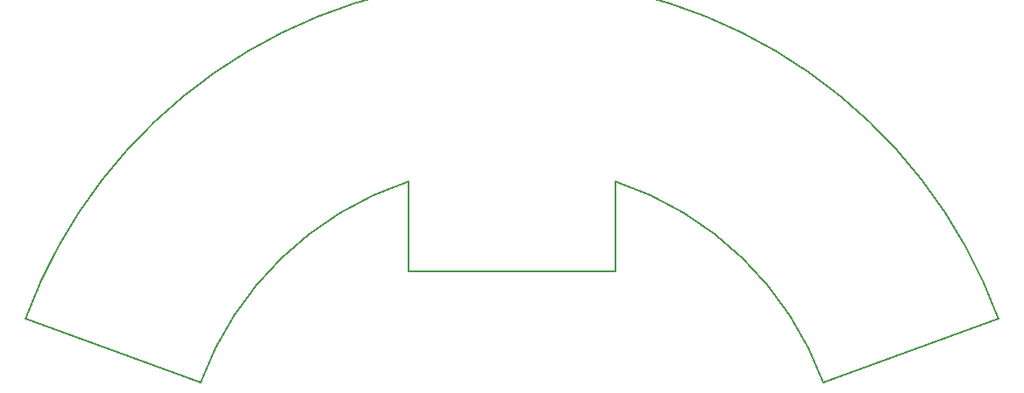
<source format=gbr>
%TF.GenerationSoftware,KiCad,Pcbnew,7.0.10*%
%TF.CreationDate,2024-03-21T08:15:52-03:00*%
%TF.ProjectId,linefollower,6c696e65-666f-46c6-9c6f-7765722e6b69,rev?*%
%TF.SameCoordinates,Original*%
%TF.FileFunction,Profile,NP*%
%FSLAX46Y46*%
G04 Gerber Fmt 4.6, Leading zero omitted, Abs format (unit mm)*
G04 Created by KiCad (PCBNEW 7.0.10) date 2024-03-21 08:15:52*
%MOMM*%
%LPD*%
G01*
G04 APERTURE LIST*
%TA.AperFunction,Profile*%
%ADD10C,0.200000*%
%TD*%
G04 APERTURE END LIST*
D10*
X180070162Y-128527675D02*
X196984629Y-122371313D01*
X180070151Y-128527679D02*
G75*
G03*
X159999998Y-109074952I-30070151J-10944621D01*
G01*
X139999997Y-109074950D02*
G75*
G03*
X119929834Y-128527675I10000003J-30397370D01*
G01*
X139999998Y-117769269D02*
X159999998Y-117769269D01*
X139999998Y-109074952D02*
X139999998Y-117769269D01*
X159999998Y-117769269D02*
X159999998Y-109074952D01*
X196984628Y-122371313D02*
G75*
G03*
X103015368Y-122371313I-46984630J-17101007D01*
G01*
X103015367Y-122371313D02*
X119929834Y-128527675D01*
M02*

</source>
